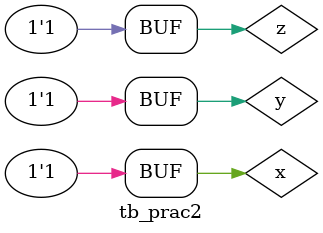
<source format=v>

`timescale 1ns/1ns

module tb_prac2();

reg x, y, z;
wire s0, s1, s2, s3;


associative1 u0(.s(s0), .x(x), .y(y), .z(z));
associative2 u1(.s(s1), .x(x), .y(y), .z(z));
commutative1 u2(.s(s2), .x(x), .y(y), .z(z));
commutative2 u3(.s(s3), .x(x), .y(y), .z(z));


initial
begin
{z,y,x}=0;
#100; {z,y,x}=1;
#100; {z,y,x}=2;
#100; {z,y,x}=3;
#100; {z,y,x}=4;
#100; {z,y,x}=5;
#100; {z,y,x}=6;
#100; {z,y,x}=7;
end

endmodule

</source>
